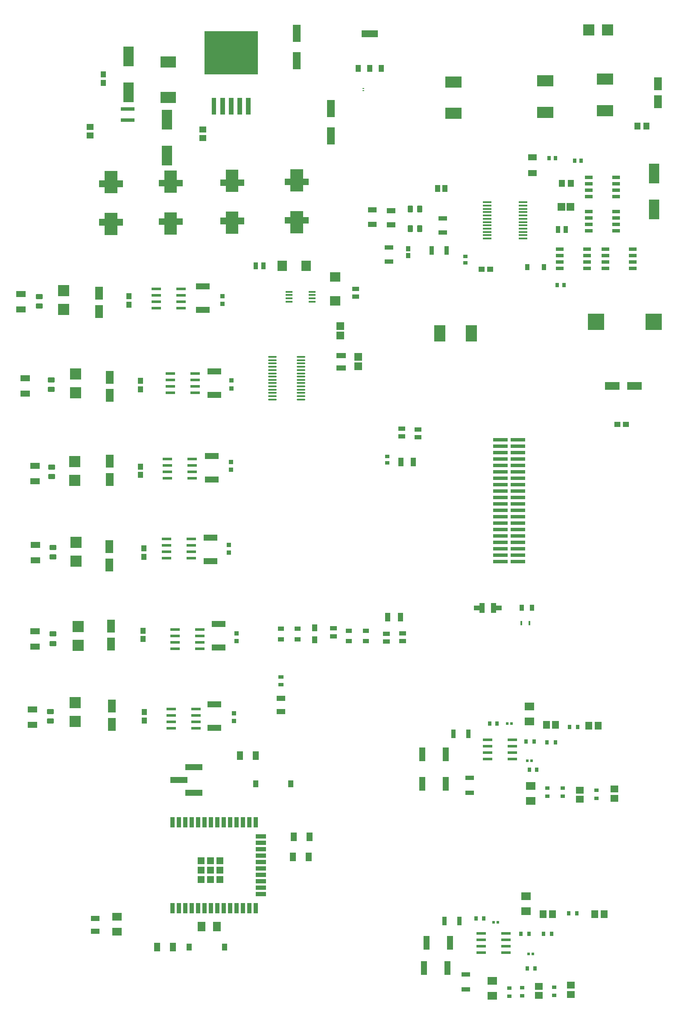
<source format=gtp>
G04*
G04 #@! TF.GenerationSoftware,Altium Limited,Altium Designer,22.1.2 (22)*
G04*
G04 Layer_Color=8421504*
%FSLAX23Y23*%
%MOIN*%
G70*
G04*
G04 #@! TF.SameCoordinates,EFA1FED7-213C-4DAE-99C9-92C2F6BD185D*
G04*
G04*
G04 #@! TF.FilePolarity,Positive*
G04*
G01*
G75*
%ADD16R,0.118X0.063*%
%ADD17R,0.048X0.042*%
%ADD18R,0.047X0.038*%
%ADD19R,0.060X0.026*%
%ADD20R,0.046X0.058*%
%ADD21R,0.063X0.102*%
%ADD22R,0.039X0.055*%
%ADD23R,0.128X0.055*%
%ADD24R,0.042X0.048*%
%ADD25R,0.059X0.075*%
%ADD26R,0.059X0.055*%
%ADD27R,0.055X0.059*%
%ADD28R,0.075X0.059*%
%ADD29R,0.068X0.038*%
%ADD30R,0.021X0.024*%
%ADD31R,0.063X0.138*%
%ADD32R,0.079X0.157*%
%ADD33R,0.037X0.031*%
%ADD34R,0.126X0.086*%
%ADD35R,0.059X0.061*%
%ADD36R,0.037X0.053*%
%ADD37R,0.012X0.011*%
%ADD38R,0.065X0.043*%
G04:AMPARAMS|DCode=39|XSize=39mil|YSize=56mil|CornerRadius=5mil|HoleSize=0mil|Usage=FLASHONLY|Rotation=0.000|XOffset=0mil|YOffset=0mil|HoleType=Round|Shape=RoundedRectangle|*
%AMROUNDEDRECTD39*
21,1,0.039,0.046,0,0,0.0*
21,1,0.030,0.056,0,0,0.0*
1,1,0.010,0.015,-0.023*
1,1,0.010,-0.015,-0.023*
1,1,0.010,-0.015,0.023*
1,1,0.010,0.015,0.023*
%
%ADD39ROUNDEDRECTD39*%
%ADD40R,0.071X0.018*%
%ADD41R,0.055X0.017*%
%ADD42R,0.039X0.071*%
%ADD43R,0.053X0.037*%
%ADD44R,0.071X0.051*%
%ADD45R,0.030X0.033*%
%ADD46R,0.036X0.048*%
%ADD47R,0.033X0.030*%
%ADD48R,0.067X0.037*%
%ADD49R,0.038X0.068*%
%ADD50R,0.125X0.130*%
%ADD51R,0.043X0.053*%
%ADD52R,0.036X0.042*%
%ADD53R,0.086X0.126*%
%ADD54R,0.067X0.043*%
%ADD55R,0.075X0.059*%
%ADD56R,0.045X0.067*%
%ADD57R,0.035X0.079*%
%ADD58O,0.067X0.014*%
%ADD59R,0.078X0.084*%
%ADD60R,0.039X0.030*%
%ADD61R,0.053X0.033*%
%ADD62R,0.044X0.056*%
%ADD63R,0.058X0.046*%
%ADD64R,0.106X0.031*%
%ADD65R,0.078X0.021*%
%ADD66R,0.072X0.046*%
G04:AMPARAMS|DCode=67|XSize=39mil|YSize=56mil|CornerRadius=5mil|HoleSize=0mil|Usage=FLASHONLY|Rotation=270.000|XOffset=0mil|YOffset=0mil|HoleType=Round|Shape=RoundedRectangle|*
%AMROUNDEDRECTD67*
21,1,0.039,0.046,0,0,270.0*
21,1,0.030,0.056,0,0,270.0*
1,1,0.010,-0.023,-0.015*
1,1,0.010,-0.023,0.015*
1,1,0.010,0.023,0.015*
1,1,0.010,0.023,-0.015*
%
%ADD67ROUNDEDRECTD67*%
%ADD68R,0.086X0.086*%
%ADD69R,0.031X0.037*%
%ADD70R,0.061X0.061*%
%ADD71R,0.075X0.043*%
%ADD72R,0.084X0.078*%
%ADD73R,0.107X0.050*%
%ADD74R,0.037X0.035*%
%ADD75R,0.115X0.029*%
%ADD76R,0.079X0.035*%
%ADD77R,0.050X0.107*%
%ADD78R,0.026X0.035*%
%ADD79R,0.124X0.087*%
%ADD80C,0.040*%
%ADD81C,0.039*%
%ADD82R,0.038X0.047*%
%ADD83R,0.086X0.086*%
%ADD84R,0.052X0.052*%
%ADD85R,0.135X0.050*%
%ADD86R,0.018X0.037*%
%ADD87R,0.037X0.031*%
G36*
X2481Y7600D02*
X2063D01*
Y7935D01*
X2481D01*
Y7600D01*
D02*
G37*
G36*
X2424Y7285D02*
X2388D01*
Y7415D01*
X2424D01*
Y7285D01*
D02*
G37*
G36*
X2357D02*
X2321D01*
Y7415D01*
X2357D01*
Y7285D01*
D02*
G37*
G36*
X2290D02*
X2254D01*
Y7415D01*
X2290D01*
Y7285D01*
D02*
G37*
G36*
X2223D02*
X2187D01*
Y7415D01*
X2223D01*
Y7285D01*
D02*
G37*
G36*
X2156D02*
X2120D01*
Y7415D01*
X2156D01*
Y7285D01*
D02*
G37*
G36*
X2834Y6785D02*
X2878D01*
Y6734D01*
X2834D01*
Y6687D01*
X2736D01*
Y6734D01*
X2692D01*
Y6785D01*
X2736D01*
Y6860D01*
X2834D01*
Y6785D01*
D02*
G37*
G36*
X2329Y6780D02*
X2373D01*
Y6729D01*
X2329D01*
Y6682D01*
X2231D01*
Y6729D01*
X2187D01*
Y6780D01*
X2231D01*
Y6855D01*
X2329D01*
Y6780D01*
D02*
G37*
G36*
X1849Y6775D02*
X1893D01*
Y6724D01*
X1849D01*
Y6677D01*
X1751D01*
Y6724D01*
X1707D01*
Y6775D01*
X1751D01*
Y6850D01*
X1849D01*
Y6775D01*
D02*
G37*
G36*
X1384Y6771D02*
X1428D01*
Y6719D01*
X1384D01*
Y6672D01*
X1286D01*
Y6719D01*
X1242D01*
Y6771D01*
X1286D01*
Y6845D01*
X1384D01*
Y6771D01*
D02*
G37*
G36*
X2834Y6486D02*
X2878D01*
Y6435D01*
X2834D01*
Y6360D01*
X2736D01*
Y6435D01*
X2692D01*
Y6486D01*
X2736D01*
Y6533D01*
X2834D01*
Y6486D01*
D02*
G37*
G36*
X2329Y6481D02*
X2373D01*
Y6430D01*
X2329D01*
Y6355D01*
X2231D01*
Y6430D01*
X2187D01*
Y6481D01*
X2231D01*
Y6528D01*
X2329D01*
Y6481D01*
D02*
G37*
G36*
X1849Y6476D02*
X1893D01*
Y6425D01*
X1849D01*
Y6350D01*
X1751D01*
Y6425D01*
X1707D01*
Y6476D01*
X1751D01*
Y6523D01*
X1849D01*
Y6476D01*
D02*
G37*
G36*
X1384Y6471D02*
X1428D01*
Y6420D01*
X1384D01*
Y6345D01*
X1286D01*
Y6420D01*
X1242D01*
Y6471D01*
X1286D01*
Y6519D01*
X1384D01*
Y6471D01*
D02*
G37*
G36*
X4342Y3457D02*
X4385D01*
Y3418D01*
X4342D01*
Y3398D01*
X4302D01*
Y3477D01*
X4342D01*
Y3457D01*
D02*
G37*
G36*
X4251Y3398D02*
X4212D01*
Y3418D01*
X4168D01*
Y3457D01*
X4212D01*
Y3477D01*
X4251D01*
Y3398D01*
D02*
G37*
D16*
X5248Y5170D02*
D03*
X5422Y5170D02*
D03*
D17*
X5353Y4870D02*
D03*
X5287D02*
D03*
X4227Y6080D02*
D03*
X4293D02*
D03*
D18*
X2660Y3274D02*
D03*
Y3193D02*
D03*
X2790D02*
D03*
X3190Y3260D02*
D03*
X3325D02*
D03*
Y3180D02*
D03*
X3190D02*
D03*
X2790Y3274D02*
D03*
D19*
X5063Y6795D02*
D03*
Y6745D02*
D03*
Y6695D02*
D03*
Y6645D02*
D03*
X5277D02*
D03*
Y6695D02*
D03*
Y6745D02*
D03*
Y6795D02*
D03*
X5052Y6235D02*
D03*
Y6185D02*
D03*
Y6135D02*
D03*
Y6085D02*
D03*
X4838D02*
D03*
Y6135D02*
D03*
Y6185D02*
D03*
Y6235D02*
D03*
X5409D02*
D03*
Y6185D02*
D03*
Y6135D02*
D03*
Y6085D02*
D03*
X5195D02*
D03*
Y6135D02*
D03*
Y6185D02*
D03*
Y6235D02*
D03*
X5277Y6530D02*
D03*
Y6480D02*
D03*
Y6430D02*
D03*
Y6380D02*
D03*
X5063D02*
D03*
Y6430D02*
D03*
Y6480D02*
D03*
Y6530D02*
D03*
D20*
X4856Y6750D02*
D03*
X4925D02*
D03*
X5515Y7195D02*
D03*
X5446D02*
D03*
D21*
X5605Y7384D02*
D03*
Y7526D02*
D03*
X1320Y3773D02*
D03*
Y3915D02*
D03*
X1335Y3154D02*
D03*
Y3296D02*
D03*
X1325Y5094D02*
D03*
Y5236D02*
D03*
X1240Y5749D02*
D03*
Y5891D02*
D03*
X1325Y4439D02*
D03*
Y4581D02*
D03*
X1340Y2529D02*
D03*
Y2671D02*
D03*
D22*
X3355Y7646D02*
D03*
X3446D02*
D03*
X3264D02*
D03*
X2739Y2066D02*
D03*
X2463D02*
D03*
X2221Y791D02*
D03*
X1946D02*
D03*
D23*
X3355Y7914D02*
D03*
D24*
X1565Y4540D02*
D03*
Y4475D02*
D03*
X1590Y3903D02*
D03*
Y3837D02*
D03*
X1585Y3260D02*
D03*
Y3195D02*
D03*
X1275Y7598D02*
D03*
Y7532D02*
D03*
X1565Y5142D02*
D03*
Y5208D02*
D03*
X1595Y2560D02*
D03*
Y2625D02*
D03*
X1475Y5802D02*
D03*
Y5868D02*
D03*
D25*
X2042Y951D02*
D03*
X2160D02*
D03*
D26*
X5265Y2025D02*
D03*
Y1952D02*
D03*
X4995Y2016D02*
D03*
Y1944D02*
D03*
X4925Y422D02*
D03*
Y495D02*
D03*
X4675Y486D02*
D03*
Y414D02*
D03*
D27*
X4734Y2525D02*
D03*
X4806D02*
D03*
X5065Y2520D02*
D03*
X5138D02*
D03*
X4709Y1050D02*
D03*
X4781D02*
D03*
X5183D02*
D03*
X5110D02*
D03*
D28*
X4600Y2670D02*
D03*
Y2552D02*
D03*
X4575Y1190D02*
D03*
Y1072D02*
D03*
X4310Y412D02*
D03*
Y530D02*
D03*
X4610Y1931D02*
D03*
Y2049D02*
D03*
D29*
X4135Y2113D02*
D03*
Y1997D02*
D03*
X4105Y462D02*
D03*
Y578D02*
D03*
D30*
X4627Y740D02*
D03*
X4593D02*
D03*
X4321Y985D02*
D03*
X4428Y2535D02*
D03*
X4583Y2245D02*
D03*
X4355Y985D02*
D03*
X4617Y2245D02*
D03*
X4462Y2535D02*
D03*
D31*
X2785Y7920D02*
D03*
Y7707D02*
D03*
X3050Y7331D02*
D03*
Y7119D02*
D03*
D32*
X1770Y7245D02*
D03*
Y6965D02*
D03*
X1470Y7459D02*
D03*
Y7739D02*
D03*
X5575Y6825D02*
D03*
Y6545D02*
D03*
D33*
X4545Y413D02*
D03*
Y477D02*
D03*
X4795Y415D02*
D03*
X5125Y2017D02*
D03*
X4795Y480D02*
D03*
X4445Y408D02*
D03*
X5125Y1953D02*
D03*
X4740Y1968D02*
D03*
X4860Y2032D02*
D03*
Y1968D02*
D03*
X4740Y2032D02*
D03*
X4445Y472D02*
D03*
D34*
X5190Y7563D02*
D03*
Y7317D02*
D03*
X4724Y7302D02*
D03*
Y7548D02*
D03*
X4009Y7540D02*
D03*
Y7294D02*
D03*
D35*
X4920Y6565D02*
D03*
X4850D02*
D03*
D36*
X4885Y6390D02*
D03*
X4826D02*
D03*
X2465Y6105D02*
D03*
X2525D02*
D03*
D37*
X3305Y7489D02*
D03*
Y7471D02*
D03*
D38*
X3520Y6424D02*
D03*
Y6536D02*
D03*
X3375Y6429D02*
D03*
Y6541D02*
D03*
D39*
X3671Y6550D02*
D03*
X3745D02*
D03*
X3671Y6395D02*
D03*
X3745D02*
D03*
D40*
X4550Y6601D02*
D03*
Y6575D02*
D03*
Y6550D02*
D03*
Y6524D02*
D03*
Y6498D02*
D03*
Y6473D02*
D03*
Y6447D02*
D03*
Y6422D02*
D03*
Y6396D02*
D03*
Y6370D02*
D03*
Y6345D02*
D03*
Y6319D02*
D03*
X4270D02*
D03*
Y6345D02*
D03*
Y6370D02*
D03*
Y6396D02*
D03*
Y6422D02*
D03*
Y6447D02*
D03*
Y6473D02*
D03*
Y6498D02*
D03*
Y6524D02*
D03*
Y6550D02*
D03*
Y6575D02*
D03*
Y6601D02*
D03*
D41*
X2904Y5903D02*
D03*
Y5878D02*
D03*
Y5827D02*
D03*
X2726D02*
D03*
Y5903D02*
D03*
X2904Y5852D02*
D03*
X2726D02*
D03*
Y5878D02*
D03*
D42*
X3593Y3365D02*
D03*
X3495D02*
D03*
X3597Y4575D02*
D03*
X3695D02*
D03*
D43*
X3605Y4835D02*
D03*
Y4775D02*
D03*
X3610Y3240D02*
D03*
X3485Y3235D02*
D03*
X3732Y4769D02*
D03*
X3245Y5865D02*
D03*
X3732Y4828D02*
D03*
X3485Y3175D02*
D03*
X3610Y3180D02*
D03*
X3245Y5925D02*
D03*
D44*
X4625Y6830D02*
D03*
Y6952D02*
D03*
D45*
X4870Y5955D02*
D03*
X4819D02*
D03*
X4805Y6945D02*
D03*
X4754D02*
D03*
X5005Y6925D02*
D03*
X4954D02*
D03*
D46*
X4714Y6095D02*
D03*
X4586D02*
D03*
D47*
X4100Y6180D02*
D03*
Y6129D02*
D03*
D48*
X3925Y6475D02*
D03*
Y6365D02*
D03*
X3505Y6140D02*
D03*
Y6250D02*
D03*
D49*
X3837Y6225D02*
D03*
X3953D02*
D03*
X3937Y995D02*
D03*
X4053D02*
D03*
X4007Y2455D02*
D03*
X4123D02*
D03*
D50*
X5570Y5670D02*
D03*
X5120D02*
D03*
D51*
X3885Y6710D02*
D03*
X3940D02*
D03*
D52*
X3655Y6187D02*
D03*
Y6240D02*
D03*
D53*
X3902Y5580D02*
D03*
X4148D02*
D03*
D54*
X1211Y915D02*
D03*
Y1017D02*
D03*
X2660Y2629D02*
D03*
Y2731D02*
D03*
D55*
X1381Y911D02*
D03*
Y1029D02*
D03*
D56*
X1694Y791D02*
D03*
X2342Y2286D02*
D03*
X2761Y1651D02*
D03*
X2754Y1496D02*
D03*
X2878D02*
D03*
X2885Y1651D02*
D03*
X2466Y2286D02*
D03*
X1818Y791D02*
D03*
D57*
X1866Y1097D02*
D03*
X2366Y1766D02*
D03*
X2316D02*
D03*
X1816Y1097D02*
D03*
X1916D02*
D03*
X1966D02*
D03*
X2016D02*
D03*
X2066D02*
D03*
X2116D02*
D03*
X2166D02*
D03*
X2216D02*
D03*
X2266D02*
D03*
X2316D02*
D03*
X2366D02*
D03*
X2416D02*
D03*
X2466D02*
D03*
Y1766D02*
D03*
X2416D02*
D03*
X2266D02*
D03*
X2216D02*
D03*
X2166D02*
D03*
X2116D02*
D03*
X2066D02*
D03*
X2016D02*
D03*
X1966D02*
D03*
X1916D02*
D03*
X1866D02*
D03*
X1816D02*
D03*
D58*
X2819Y5344D02*
D03*
X2595D02*
D03*
X2819Y5395D02*
D03*
Y5370D02*
D03*
X2595Y5267D02*
D03*
Y5191D02*
D03*
Y5216D02*
D03*
Y5242D02*
D03*
X2819Y5063D02*
D03*
X2595Y5139D02*
D03*
Y5165D02*
D03*
Y5395D02*
D03*
Y5370D02*
D03*
Y5088D02*
D03*
X2819D02*
D03*
Y5139D02*
D03*
Y5165D02*
D03*
Y5191D02*
D03*
Y5216D02*
D03*
Y5242D02*
D03*
Y5267D02*
D03*
Y5293D02*
D03*
Y5114D02*
D03*
Y5319D02*
D03*
X2595Y5063D02*
D03*
Y5114D02*
D03*
Y5293D02*
D03*
Y5319D02*
D03*
D59*
X2858Y6105D02*
D03*
X2672D02*
D03*
D60*
X2660Y2840D02*
D03*
Y2900D02*
D03*
D61*
X3070Y3215D02*
D03*
Y3280D02*
D03*
D62*
X2925Y3188D02*
D03*
Y3283D02*
D03*
D63*
X1170Y7189D02*
D03*
Y7121D02*
D03*
X2050Y7170D02*
D03*
Y7101D02*
D03*
D64*
X1465Y7330D02*
D03*
Y7243D02*
D03*
D65*
X1969Y4550D02*
D03*
X1882Y5875D02*
D03*
X1992Y5215D02*
D03*
X1997Y2600D02*
D03*
X2027Y3220D02*
D03*
X1962Y3925D02*
D03*
X1775Y4550D02*
D03*
Y4500D02*
D03*
X1688Y5875D02*
D03*
Y5825D02*
D03*
X1798Y5215D02*
D03*
Y5165D02*
D03*
X1803Y2600D02*
D03*
Y2550D02*
D03*
X1833Y3220D02*
D03*
Y3170D02*
D03*
X1768Y3925D02*
D03*
Y3875D02*
D03*
X4419Y900D02*
D03*
X4467Y2410D02*
D03*
X4225Y900D02*
D03*
X4273Y2410D02*
D03*
X4419Y850D02*
D03*
X4467Y2360D02*
D03*
X4225Y800D02*
D03*
X4273Y2310D02*
D03*
X4419Y750D02*
D03*
X4467Y2260D02*
D03*
X1969Y4500D02*
D03*
X1882Y5825D02*
D03*
X1992Y5165D02*
D03*
X1997Y2550D02*
D03*
X2027Y3170D02*
D03*
X1962Y3875D02*
D03*
X1688Y5925D02*
D03*
Y5775D02*
D03*
X1882D02*
D03*
Y5925D02*
D03*
X1798Y5265D02*
D03*
Y5115D02*
D03*
X1992D02*
D03*
Y5265D02*
D03*
X4467Y2310D02*
D03*
X4273Y2260D02*
D03*
Y2360D02*
D03*
X4419Y800D02*
D03*
X4225Y750D02*
D03*
Y850D02*
D03*
X1962Y3975D02*
D03*
Y3825D02*
D03*
X1768D02*
D03*
Y3975D02*
D03*
X2027Y3270D02*
D03*
Y3120D02*
D03*
X1833D02*
D03*
Y3270D02*
D03*
X1997Y2650D02*
D03*
Y2500D02*
D03*
X1803D02*
D03*
Y2650D02*
D03*
X1969Y4600D02*
D03*
Y4450D02*
D03*
X1775D02*
D03*
Y4600D02*
D03*
D66*
X740Y4425D02*
D03*
X630Y5765D02*
D03*
X665Y5110D02*
D03*
X720Y2525D02*
D03*
X742Y3137D02*
D03*
X745Y3810D02*
D03*
X630Y5885D02*
D03*
X665Y5230D02*
D03*
X745Y3930D02*
D03*
X742Y3257D02*
D03*
X720Y2645D02*
D03*
X740Y4545D02*
D03*
D67*
X872Y4537D02*
D03*
Y4463D02*
D03*
X775Y5867D02*
D03*
Y5793D02*
D03*
X867Y5215D02*
D03*
Y5142D02*
D03*
X860Y2630D02*
D03*
Y2556D02*
D03*
X882Y3234D02*
D03*
Y3160D02*
D03*
X880Y3910D02*
D03*
Y3836D02*
D03*
D68*
X1052Y4578D02*
D03*
Y4432D02*
D03*
X965Y5913D02*
D03*
Y5767D02*
D03*
X1057Y5261D02*
D03*
Y5115D02*
D03*
X1055Y2699D02*
D03*
Y2553D02*
D03*
X1077Y3292D02*
D03*
Y3146D02*
D03*
X1060Y3948D02*
D03*
Y3802D02*
D03*
D69*
X4597Y895D02*
D03*
X4710D02*
D03*
X4908Y1055D02*
D03*
X4638Y2395D02*
D03*
X4738Y2390D02*
D03*
X4913Y2510D02*
D03*
X4533Y895D02*
D03*
X4573Y2395D02*
D03*
X4972Y1055D02*
D03*
X4977Y2510D02*
D03*
X4803Y2390D02*
D03*
X4775Y895D02*
D03*
D70*
X3125Y5563D02*
D03*
X3265Y5321D02*
D03*
Y5394D02*
D03*
X3125Y5636D02*
D03*
D71*
X3130Y5407D02*
D03*
Y5309D02*
D03*
D72*
X3085Y5832D02*
D03*
Y6018D02*
D03*
D73*
X2122Y4622D02*
D03*
X2050Y5947D02*
D03*
X2140Y5282D02*
D03*
Y2687D02*
D03*
X2175Y3312D02*
D03*
X2110Y3987D02*
D03*
X2122Y4438D02*
D03*
X2050Y5763D02*
D03*
X2140Y5098D02*
D03*
Y2503D02*
D03*
X2175Y3128D02*
D03*
X2110Y3803D02*
D03*
D74*
X2270Y4575D02*
D03*
X2205Y5870D02*
D03*
X2275Y5211D02*
D03*
X2295Y2616D02*
D03*
X2315Y3240D02*
D03*
X2255Y3930D02*
D03*
X2205Y5810D02*
D03*
X2275Y5150D02*
D03*
X2295Y2555D02*
D03*
X2270Y4515D02*
D03*
X2255Y3870D02*
D03*
X2315Y3180D02*
D03*
D75*
X4375Y4500D02*
D03*
Y4450D02*
D03*
Y4400D02*
D03*
Y4350D02*
D03*
Y4300D02*
D03*
Y4200D02*
D03*
Y4150D02*
D03*
Y4050D02*
D03*
Y4000D02*
D03*
Y3950D02*
D03*
X4510D02*
D03*
Y3900D02*
D03*
Y3850D02*
D03*
Y3800D02*
D03*
X4375D02*
D03*
Y3850D02*
D03*
Y3900D02*
D03*
X4510Y4000D02*
D03*
Y4050D02*
D03*
Y4100D02*
D03*
X4375D02*
D03*
X4510Y4150D02*
D03*
Y4200D02*
D03*
Y4250D02*
D03*
X4375D02*
D03*
X4510Y4300D02*
D03*
Y4350D02*
D03*
Y4400D02*
D03*
Y4450D02*
D03*
Y4500D02*
D03*
Y4550D02*
D03*
X4375D02*
D03*
X4510Y4600D02*
D03*
X4375D02*
D03*
X4510Y4650D02*
D03*
X4375D02*
D03*
X4510Y4700D02*
D03*
X4375D02*
D03*
X4510Y4750D02*
D03*
X4375D02*
D03*
D76*
X2505Y1657D02*
D03*
Y1607D02*
D03*
Y1207D02*
D03*
Y1257D02*
D03*
Y1307D02*
D03*
Y1357D02*
D03*
Y1407D02*
D03*
Y1457D02*
D03*
Y1507D02*
D03*
Y1557D02*
D03*
D77*
X3982Y825D02*
D03*
X3948Y2295D02*
D03*
X3962Y630D02*
D03*
X3947Y2065D02*
D03*
X3798Y825D02*
D03*
X3763Y2065D02*
D03*
X3778Y630D02*
D03*
X3765Y2295D02*
D03*
D78*
X4186Y1015D02*
D03*
X4290Y2535D02*
D03*
X4244Y1015D02*
D03*
X4347Y2535D02*
D03*
X4586Y625D02*
D03*
X4659Y2175D02*
D03*
X4644Y625D02*
D03*
X4601Y2175D02*
D03*
D79*
X1780Y7420D02*
D03*
Y7696D02*
D03*
D80*
X4324Y3440D02*
D03*
D81*
X4225Y3435D02*
D03*
D82*
X4620Y3440D02*
D03*
X4540D02*
D03*
D83*
X5210Y7945D02*
D03*
X5064D02*
D03*
D84*
X2039Y1320D02*
D03*
Y1392D02*
D03*
Y1464D02*
D03*
X2111Y1320D02*
D03*
Y1392D02*
D03*
Y1464D02*
D03*
X2183Y1320D02*
D03*
Y1392D02*
D03*
Y1464D02*
D03*
D85*
X1981Y2196D02*
D03*
X1866Y2096D02*
D03*
X1981Y1996D02*
D03*
D86*
X4539Y3320D02*
D03*
X4601D02*
D03*
D87*
X3490Y4570D02*
D03*
Y4620D02*
D03*
M02*

</source>
